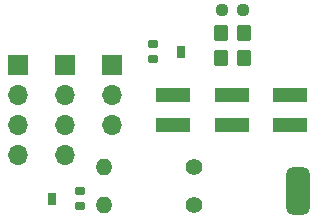
<source format=gbr>
%TF.GenerationSoftware,KiCad,Pcbnew,(6.0.5)*%
%TF.CreationDate,2023-08-08T13:15:34+01:00*%
%TF.ProjectId,Melty-daughter,4d656c74-792d-4646-9175-67687465722e,rev?*%
%TF.SameCoordinates,Original*%
%TF.FileFunction,Soldermask,Top*%
%TF.FilePolarity,Negative*%
%FSLAX46Y46*%
G04 Gerber Fmt 4.6, Leading zero omitted, Abs format (unit mm)*
G04 Created by KiCad (PCBNEW (6.0.5)) date 2023-08-08 13:15:34*
%MOMM*%
%LPD*%
G01*
G04 APERTURE LIST*
G04 Aperture macros list*
%AMRoundRect*
0 Rectangle with rounded corners*
0 $1 Rounding radius*
0 $2 $3 $4 $5 $6 $7 $8 $9 X,Y pos of 4 corners*
0 Add a 4 corners polygon primitive as box body*
4,1,4,$2,$3,$4,$5,$6,$7,$8,$9,$2,$3,0*
0 Add four circle primitives for the rounded corners*
1,1,$1+$1,$2,$3*
1,1,$1+$1,$4,$5*
1,1,$1+$1,$6,$7*
1,1,$1+$1,$8,$9*
0 Add four rect primitives between the rounded corners*
20,1,$1+$1,$2,$3,$4,$5,0*
20,1,$1+$1,$4,$5,$6,$7,0*
20,1,$1+$1,$6,$7,$8,$9,0*
20,1,$1+$1,$8,$9,$2,$3,0*%
G04 Aperture macros list end*
%ADD10RoundRect,0.060000X0.340000X-0.240000X0.340000X0.240000X-0.340000X0.240000X-0.340000X-0.240000X0*%
%ADD11RoundRect,0.070000X0.280000X-0.430000X0.280000X0.430000X-0.280000X0.430000X-0.280000X-0.430000X0*%
%ADD12RoundRect,0.500000X-0.500000X-1.500000X0.500000X-1.500000X0.500000X1.500000X-0.500000X1.500000X0*%
%ADD13C,1.400000*%
%ADD14O,1.400000X1.400000*%
%ADD15RoundRect,0.250000X0.350000X0.450000X-0.350000X0.450000X-0.350000X-0.450000X0.350000X-0.450000X0*%
%ADD16RoundRect,0.060000X-0.340000X0.240000X-0.340000X-0.240000X0.340000X-0.240000X0.340000X0.240000X0*%
%ADD17RoundRect,0.070000X-0.280000X0.430000X-0.280000X-0.430000X0.280000X-0.430000X0.280000X0.430000X0*%
%ADD18R,3.000000X1.200000*%
%ADD19R,1.700000X1.700000*%
%ADD20O,1.700000X1.700000*%
%ADD21RoundRect,0.237500X0.250000X0.237500X-0.250000X0.237500X-0.250000X-0.237500X0.250000X-0.237500X0*%
G04 APERTURE END LIST*
D10*
%TO.C,RV3*%
X107550000Y-98150000D03*
D11*
X105200000Y-97500000D03*
D10*
X107550000Y-96850000D03*
%TD*%
D12*
%TO.C,P1*%
X125950000Y-96850000D03*
%TD*%
D13*
%TO.C,R3*%
X117160000Y-98000000D03*
D14*
X109540000Y-98000000D03*
%TD*%
D15*
%TO.C,R2*%
X121450000Y-85600000D03*
X119450000Y-85600000D03*
%TD*%
D16*
%TO.C,RV1*%
X113700000Y-84400000D03*
D17*
X116050000Y-85050000D03*
D16*
X113700000Y-85700000D03*
%TD*%
D18*
%TO.C,Q3*%
X115450000Y-91250000D03*
X115450000Y-88750000D03*
%TD*%
%TO.C,Q2*%
X120400000Y-91250000D03*
X120400000Y-88750000D03*
%TD*%
D19*
%TO.C,J2*%
X106250000Y-86200000D03*
D20*
X106250000Y-88740000D03*
X106250000Y-91280000D03*
X106250000Y-93820000D03*
%TD*%
D19*
%TO.C,RV2*%
X110250000Y-86200000D03*
D20*
X110250000Y-88740000D03*
X110250000Y-91280000D03*
%TD*%
D21*
%TO.C,R1*%
X121362500Y-81550000D03*
X119537500Y-81550000D03*
%TD*%
D15*
%TO.C,R4*%
X121450000Y-83500000D03*
X119450000Y-83500000D03*
%TD*%
D18*
%TO.C,Q1*%
X125350000Y-91250000D03*
X125350000Y-88750000D03*
%TD*%
D19*
%TO.C,J1*%
X102250000Y-86200000D03*
D20*
X102250000Y-88740000D03*
X102250000Y-91280000D03*
X102250000Y-93820000D03*
%TD*%
D13*
%TO.C,R5*%
X117160000Y-94850000D03*
D14*
X109540000Y-94850000D03*
%TD*%
M02*

</source>
